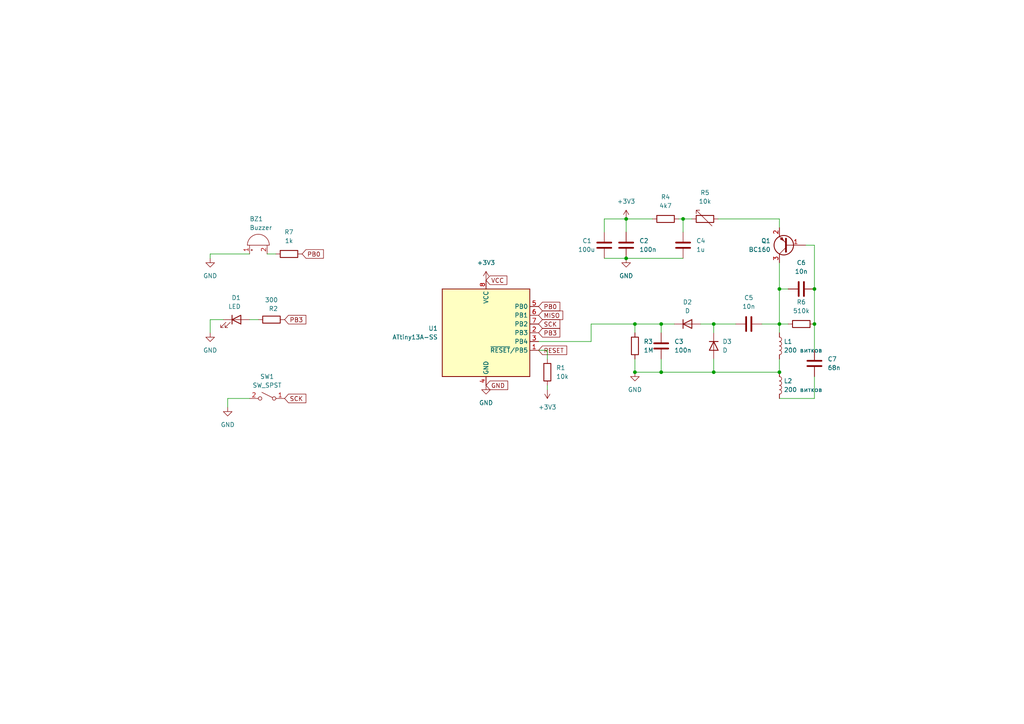
<source format=kicad_sch>
(kicad_sch (version 20230121) (generator eeschema)
  (paper "A4")
  (lib_symbols
    (symbol "Device:Buzzer" (pin_names (offset 0.0254) hide)
      (property "Reference" "BZ" (at 3.81 1.27 0))
      (property "Value" "Buzzer" (at 3.81 -1.27 0))
      (symbol "Buzzer_0_1"
        (arc (start 0 -3.175) (mid 3.1612 0) (end 0 3.175))
        (polyline (pts (xy -1.651 1.905) (xy -1.143 1.905)))
        (polyline (pts (xy -1.397 2.159) (xy -1.397 1.651)))
        (polyline (pts (xy 0 3.175) (xy 0 -3.175)))
      )
      (symbol "Buzzer_1_1"
        (pin passive line (at -2.54 2.54 0) (length 2.54) (name "-") (number "1"))
        (pin passive line (at -2.54 -2.54 0) (length 2.54) (name "+") (number "2"))
      )
    )
    (symbol "Device:C" (pin_numbers hide) (pin_names (offset 0.254))
      (property "Reference" "C" (at 0.635 2.54 0))
      (property "Value" "C" (at 0.635 -2.54 0))
      (symbol "C_0_1"
        (polyline (pts (xy -2.032 -0.762) (xy 2.032 -0.762)) (stroke (width 0.508)))
        (polyline (pts (xy -2.032 0.762) (xy 2.032 0.762)) (stroke (width 0.508)))
      )
      (symbol "C_1_1"
        (pin passive line (at 0 3.81 270) (length 2.794) (name "~") (number "1"))
        (pin passive line (at 0 -3.81 90) (length 2.794) (name "~") (number "2"))
      )
    )
    (symbol "Device:D" (pin_numbers hide) (pin_names (offset 1.016) hide)
      (property "Reference" "D" (at 0 2.54 0))
      (property "Value" "D" (at 0 -2.54 0))
      (symbol "D_0_1"
        (polyline (pts (xy -1.27 1.27) (xy -1.27 -1.27)) (stroke (width 0.254)))
        (polyline (pts (xy 1.27 0) (xy -1.27 0)))
        (polyline (pts (xy 1.27 1.27) (xy 1.27 -1.27) (xy -1.27 0) (xy 1.27 1.27)) (stroke (width 0.254)))
      )
      (symbol "D_1_1"
        (pin passive line (at -3.81 0 0) (length 2.54) (name "K") (number "1"))
        (pin passive line (at 3.81 0 180) (length 2.54) (name "A") (number "2"))
      )
    )
    (symbol "Device:L" (pin_numbers hide) (pin_names (offset 1.016) hide)
      (property "Reference" "L" (at -1.27 0 90))
      (property "Value" "L" (at 1.905 0 90))
      (symbol "L_0_1"
        (arc (start 0 -2.54) (mid 0.6323 -1.905) (end 0 -1.27))
        (arc (start 0 -1.27) (mid 0.6323 -0.635) (end 0 0))
        (arc (start 0 0) (mid 0.6323 0.635) (end 0 1.27))
        (arc (start 0 1.27) (mid 0.6323 1.905) (end 0 2.54))
      )
      (symbol "L_1_1"
        (pin passive line (at 0 3.81 270) (length 1.27) (name "1") (number "1"))
        (pin passive line (at 0 -3.81 90) (length 1.27) (name "2") (number "2"))
      )
    )
    (symbol "Device:LED" (pin_numbers hide) (pin_names (offset 1.016) hide)
      (property "Reference" "D" (at 0 2.54 0))
      (property "Value" "LED" (at 0 -2.54 0))
      (symbol "LED_0_1"
        (polyline (pts (xy -1.27 -1.27) (xy -1.27 1.27)) (stroke (width 0.254)))
        (polyline (pts (xy -1.27 0) (xy 1.27 0)))
        (polyline (pts (xy 1.27 -1.27) (xy 1.27 1.27) (xy -1.27 0) (xy 1.27 -1.27)) (stroke (width 0.254)))
        (polyline (pts (xy -3.048 -0.762) (xy -4.572 -2.286) (xy -3.81 -2.286) (xy -4.572 -2.286) (xy -4.572 -1.524)))
        (polyline (pts (xy -1.778 -0.762) (xy -3.302 -2.286) (xy -2.54 -2.286) (xy -3.302 -2.286) (xy -3.302 -1.524)))
      )
      (symbol "LED_1_1"
        (pin passive line (at -3.81 0 0) (length 2.54) (name "K") (number "1"))
        (pin passive line (at 3.81 0 180) (length 2.54) (name "A") (number "2"))
      )
    )
    (symbol "Device:R" (pin_numbers hide) (pin_names (offset 0))
      (property "Reference" "R" (at 2.032 0 90))
      (property "Value" "R" (at 0 0 90))
      (symbol "R_0_1"
        (rectangle (start -1.016 -2.54) (end 1.016 2.54) (stroke (width 0.254)))
      )
      (symbol "R_1_1"
        (pin passive line (at 0 3.81 270) (length 1.27) (name "~") (number "1"))
        (pin passive line (at 0 -3.81 90) (length 1.27) (name "~") (number "2"))
      )
    )
    (symbol "Device:R_Variable" (pin_numbers hide) (pin_names (offset 0))
      (property "Reference" "R" (at 2.54 -2.54 90))
      (property "Value" "R_Variable" (at -2.54 -1.27 90))
      (symbol "R_Variable_0_1"
        (rectangle (start -1.016 -2.54) (end 1.016 2.54) (stroke (width 0.254)))
        (polyline (pts (xy 2.54 1.524) (xy 2.54 2.54) (xy 1.524 2.54) (xy 2.54 2.54) (xy -2.032 -2.032)))
      )
      (symbol "R_Variable_1_1"
        (pin passive line (at 0 3.81 270) (length 1.27) (name "~") (number "1"))
        (pin passive line (at 0 -3.81 90) (length 1.27) (name "~") (number "2"))
      )
    )
    (symbol "MCU_Microchip_ATtiny:ATtiny13A-SS"
      (property "Reference" "U" (at -12.7 13.97 0))
      (property "Value" "ATtiny13A-SS" (at 2.54 -13.97 0))
      (symbol "ATtiny13A-SS_0_1"
        (rectangle (start -12.7 -12.7) (end 12.7 12.7) (stroke (width 0.254)) (fill (type background)))
      )
      (symbol "ATtiny13A-SS_1_1"
        (pin bidirectional line (at 15.24 -5.08 180) (length 2.54) (name "~{RESET}/PB5") (number "1"))
        (pin bidirectional line (at 15.24 0 180) (length 2.54) (name "PB3") (number "2"))
        (pin bidirectional line (at 15.24 -2.54 180) (length 2.54) (name "PB4") (number "3"))
        (pin power_in line (at 0 -15.24 90) (length 2.54) (name "GND") (number "4"))
        (pin bidirectional line (at 15.24 7.62 180) (length 2.54) (name "PB0") (number "5"))
        (pin bidirectional line (at 15.24 5.08 180) (length 2.54) (name "PB1") (number "6"))
        (pin bidirectional line (at 15.24 2.54 180) (length 2.54) (name "PB2") (number "7"))
        (pin power_in line (at 0 15.24 270) (length 2.54) (name "VCC") (number "8"))
      )
    )
    (symbol "Switch:SW_SPST" (pin_names (offset 0) hide)
      (property "Reference" "SW" (at 0 3.175 0))
      (property "Value" "SW_SPST" (at 0 -2.54 0))
      (symbol "SW_SPST_0_0"
        (circle (center -2.032 0) (radius 0.508))
        (polyline (pts (xy -1.524 0.254) (xy 1.524 1.778)))
        (circle (center 2.032 0) (radius 0.508))
      )
      (symbol "SW_SPST_1_1"
        (pin passive line (at -5.08 0 0) (length 2.54) (name "A") (number "1"))
        (pin passive line (at 5.08 0 180) (length 2.54) (name "B") (number "2"))
      )
    )
    (symbol "Transistor_BJT:BC160" (pin_names (offset 0) hide)
      (property "Reference" "Q1" (at 5.08 -1.2701 0))
      (property "Value" "BC160" (at 5.08 1.2699 0))
      (symbol "BC160_0_1"
        (polyline (pts (xy 0.635 0.635) (xy 2.54 2.54)))
        (polyline (pts (xy 0.635 -0.635) (xy 2.54 -2.54) (xy 2.54 -2.54)))
        (polyline (pts (xy 0.635 1.905) (xy 0.635 -1.905) (xy 0.635 -1.905)) (stroke (width 0.508)))
        (polyline (pts (xy 2.286 -1.778) (xy 1.778 -2.286) (xy 1.27 -1.27) (xy 2.286 -1.778) (xy 2.286 -1.778)) (fill (type outline)))
        (circle (center 1.27 0) (radius 2.8194) (stroke (width 0.254)))
      )
      (symbol "BC160_1_1"
        (pin input line (at -5.08 0 0) (length 5.715) (name "B") (number "1"))
        (pin passive line (at 2.54 -5.08 90) (length 2.54) (name "E") (number "2"))
        (pin passive line (at 2.54 5.08 270) (length 2.54) (name "C") (number "3"))
      )
    )
    (symbol "power:+3.3V" (power) (pin_names (offset 0))
      (property "Value" "+3.3V" (at 0 3.556 0))
      (symbol "+3.3V_0_1"
        (polyline (pts (xy -0.762 1.27) (xy 0 2.54)))
        (polyline (pts (xy 0 0) (xy 0 2.54)))
        (polyline (pts (xy 0 2.54) (xy 0.762 1.27)))
      )
      (symbol "+3.3V_1_1"
        (pin power_in line (at 0 0 90) (length 0) hide (name "+3V3") (number "1"))
      )
    )
    (symbol "power:GND" (power) (pin_names (offset 0))
      (property "Value" "GND" (at 0 -3.81 0))
      (symbol "GND_0_1"
        (polyline (pts (xy 0 0) (xy 0 -1.27) (xy 1.27 -1.27) (xy 0 -2.54) (xy -1.27 -1.27) (xy 0 -1.27)))
      )
      (symbol "GND_1_1"
        (pin power_in line (at 0 0 270) (length 0) hide (name "GND") (number "1"))
      )
    )
  )
  (junction (at 191.77 93.98))
  (junction (at 181.61 63.5))
  (junction (at 207.01 93.98))
  (junction (at 184.15 93.98))
  (junction (at 226.06 93.98))
  (junction (at 226.06 83.82))
  (junction (at 207.01 107.95))
  (junction (at 191.77 107.95))
  (junction (at 184.15 107.95))
  (junction (at 236.22 93.98))
  (junction (at 198.12 63.5))
  (junction (at 236.22 83.82))
  (junction (at 226.06 107.95))
  (junction (at 181.61 74.93))
  (wire (pts (xy 203.2 93.98) (xy 207.01 93.98)))
  (wire (pts (xy 184.15 107.95) (xy 191.77 107.95)))
  (wire (pts (xy 233.68 71.12) (xy 236.22 71.12)))
  (wire (pts (xy 171.45 93.98) (xy 184.15 93.98)))
  (wire (pts (xy 191.77 93.98) (xy 195.58 93.98)))
  (wire (pts (xy 207.01 93.98) (xy 207.01 96.52)))
  (wire (pts (xy 77.47 73.66) (xy 80.01 73.66)))
  (wire (pts (xy 184.15 104.14) (xy 184.15 107.95)))
  (wire (pts (xy 158.75 111.76) (xy 158.75 113.03)))
  (wire (pts (xy 175.26 63.5) (xy 181.61 63.5)))
  (wire (pts (xy 184.15 93.98) (xy 191.77 93.98)))
  (wire (pts (xy 156.21 101.6) (xy 158.75 101.6)))
  (wire (pts (xy 226.06 104.14) (xy 226.06 107.95)))
  (wire (pts (xy 207.01 104.14) (xy 207.01 107.95)))
  (wire (pts (xy 226.06 63.5) (xy 226.06 66.04)))
  (wire (pts (xy 156.21 99.06) (xy 171.45 99.06)))
  (wire (pts (xy 60.96 73.66) (xy 72.39 73.66)))
  (wire (pts (xy 196.85 63.5) (xy 198.12 63.5)))
  (wire (pts (xy 191.77 104.14) (xy 191.77 107.95)))
  (wire (pts (xy 191.77 107.95) (xy 207.01 107.95)))
  (wire (pts (xy 226.06 76.2) (xy 226.06 83.82)))
  (wire (pts (xy 60.96 74.93) (xy 60.96 73.66)))
  (wire (pts (xy 72.39 92.71) (xy 74.93 92.71)))
  (wire (pts (xy 181.61 74.93) (xy 198.12 74.93)))
  (wire (pts (xy 226.06 93.98) (xy 228.6 93.98)))
  (wire (pts (xy 208.28 63.5) (xy 226.06 63.5)))
  (wire (pts (xy 181.61 67.31) (xy 181.61 63.5)))
  (wire (pts (xy 236.22 115.57) (xy 236.22 109.22)))
  (wire (pts (xy 171.45 99.06) (xy 171.45 93.98)))
  (wire (pts (xy 220.98 93.98) (xy 226.06 93.98)))
  (wire (pts (xy 236.22 71.12) (xy 236.22 83.82)))
  (wire (pts (xy 198.12 63.5) (xy 198.12 67.31)))
  (wire (pts (xy 236.22 93.98) (xy 236.22 101.6)))
  (wire (pts (xy 175.26 74.93) (xy 181.61 74.93)))
  (wire (pts (xy 60.96 96.52) (xy 60.96 92.71)))
  (wire (pts (xy 226.06 83.82) (xy 226.06 93.98)))
  (wire (pts (xy 226.06 115.57) (xy 236.22 115.57)))
  (wire (pts (xy 175.26 67.31) (xy 175.26 63.5)))
  (wire (pts (xy 158.75 101.6) (xy 158.75 104.14)))
  (wire (pts (xy 191.77 93.98) (xy 191.77 96.52)))
  (wire (pts (xy 198.12 63.5) (xy 200.66 63.5)))
  (wire (pts (xy 66.04 115.57) (xy 66.04 118.11)))
  (wire (pts (xy 236.22 83.82) (xy 236.22 93.98)))
  (wire (pts (xy 228.6 83.82) (xy 226.06 83.82)))
  (wire (pts (xy 184.15 93.98) (xy 184.15 96.52)))
  (wire (pts (xy 207.01 107.95) (xy 226.06 107.95)))
  (wire (pts (xy 60.96 92.71) (xy 64.77 92.71)))
  (wire (pts (xy 207.01 93.98) (xy 213.36 93.98)))
  (wire (pts (xy 181.61 63.5) (xy 189.23 63.5)))
  (wire (pts (xy 72.39 115.57) (xy 66.04 115.57)))
  (wire (pts (xy 226.06 93.98) (xy 226.06 96.52)))
  (global_label "VCC" (shape input) (at 140.97 81.28 0) (property "Intersheetrefs" "${INTERSHEET_REFS}" (effects hide)))
  (global_label "PB3" (shape input) (at 156.21 96.52 0) (property "Intersheetrefs" "${INTERSHEET_REFS}" (effects hide)))
  (global_label "PB3" (shape input) (at 82.55 92.71 0) (property "Intersheetrefs" "${INTERSHEET_REFS}" (effects hide)))
  (global_label "MISO" (shape input) (at 156.21 91.44 0) (property "Intersheetrefs" "${INTERSHEET_REFS}" (effects hide)))
  (global_label "SCK" (shape input) (at 82.55 115.57 0) (property "Intersheetrefs" "${INTERSHEET_REFS}" (effects hide)))
  (global_label "PB0" (shape input) (at 156.21 88.9 0) (property "Intersheetrefs" "${INTERSHEET_REFS}" (effects hide)))
  (global_label "RESET" (shape input) (at 156.21 101.6 0) (property "Intersheetrefs" "${INTERSHEET_REFS}" (effects hide)))
  (global_label "GND" (shape input) (at 140.97 111.76 0) (property "Intersheetrefs" "${INTERSHEET_REFS}" (effects hide)))
  (global_label "SCK" (shape input) (at 156.21 93.98 0) (property "Intersheetrefs" "${INTERSHEET_REFS}" (effects hide)))
  (global_label "PB0" (shape input) (at 87.63 73.66 0) (property "Intersheetrefs" "${INTERSHEET_REFS}" (effects hide)))
  (symbol (lib_id "Device:L") (at 226.06 100.33 0) (unit 1)
    (property "Reference" "L1" (at 227.33 99.0599 0) (effects (justify left)))
    (property "Value" "200 витков" (at 227.33 101.5999 0) (effects (justify left)))
    (property "Footprint" "Capacitor_THT:C_Radial_D6.3mm_H11.0mm_P2.50mm" (effects hide))
  )
  (symbol (lib_id "power:GND") (at 60.96 96.52 0) (unit 1)
    (property "Reference" "#PWR0107" (effects hide))
    (property "Value" "GND" (at 60.96 101.6 0))
  )
  (symbol (lib_id "Device:R") (at 193.04 63.5 90) (unit 1)
    (property "Reference" "R4" (at 193.04 57.15 90))
    (property "Value" "4k7" (at 193.04 59.69 90))
    (property "Footprint" "Resistor_SMD:R_1206_3216Metric" (effects hide))
  )
  (symbol (lib_id "power:+3.3V") (at 158.75 113.03 180) (unit 1)
    (property "Reference" "#PWR0106" (effects hide))
    (property "Value" "+3.3V" (at 158.75 118.11 0))
  )
  (symbol (lib_id "Device:R") (at 232.41 93.98 90) (unit 1)
    (property "Reference" "R6" (at 232.41 87.63 90))
    (property "Value" "510k" (at 232.41 90.17 90))
    (property "Footprint" "Resistor_SMD:R_1206_3216Metric" (effects hide))
  )
  (symbol (lib_id "Device:R") (at 83.82 73.66 90) (unit 1)
    (property "Reference" "R7" (at 83.82 67.31 90))
    (property "Value" "1k" (at 83.82 69.85 90))
    (property "Footprint" "Resistor_SMD:R_1206_3216Metric" (effects hide))
  )
  (symbol (lib_id "Device:LED") (at 68.58 92.71 0) (unit 1)
    (property "Reference" "D1" (at 69.85 86.36 0) (effects (justify right)))
    (property "Value" "LED" (at 69.85 88.9 0) (effects (justify right)))
    (property "Footprint" "Diode_SMD:D_1206_3216Metric" (effects hide))
  )
  (symbol (lib_id "power:GND") (at 181.61 74.93 0) (unit 1)
    (property "Reference" "#PWR0103" (effects hide))
    (property "Value" "GND" (at 181.61 80.01 0))
  )
  (symbol (lib_id "Device:D") (at 199.39 93.98 0) (unit 1)
    (property "Reference" "D2" (at 199.39 87.63 0))
    (property "Value" "D" (at 199.39 90.17 0))
    (property "Footprint" "Diode_SMD:D_1206_3216Metric" (effects hide))
  )
  (symbol (lib_id "Transistor_BJT:BC160") (at 228.6 71.12 180) (unit 1)
    (property "Reference" "Q1" (at 223.52 69.8499 0) (effects (justify left)))
    (property "Value" "BC160" (at 223.52 72.3899 0) (effects (justify left)))
    (property "Footprint" "Package_TO_SOT_SMD:SOT-23" (effects hide))
    (property "Datasheet" "http://www.farnell.com/datasheets/1697389.pdf" (effects hide))
  )
  (symbol (lib_id "power:GND") (at 66.04 118.11 0) (mirror y) (unit 1)
    (property "Reference" "#PWR0108" (effects hide))
    (property "Value" "GND" (at 66.04 123.19 0))
  )
  (symbol (lib_id "Device:R") (at 184.15 100.33 0) (unit 1)
    (property "Reference" "R3" (at 186.69 99.0599 0) (effects (justify left)))
    (property "Value" "1M" (at 186.69 101.5999 0) (effects (justify left)))
    (property "Footprint" "Resistor_SMD:R_1206_3216Metric" (effects hide))
  )
  (symbol (lib_id "Device:C") (at 191.77 100.33 0) (unit 1)
    (property "Reference" "C3" (at 195.58 99.0599 0) (effects (justify left)))
    (property "Value" "100n" (at 195.58 101.5999 0) (effects (justify left)))
    (property "Footprint" "Capacitor_SMD:C_1206_3216Metric" (effects hide))
  )
  (symbol (lib_id "Switch:SW_SPST") (at 77.47 115.57 0) (mirror y) (unit 1)
    (property "Reference" "SW1" (at 77.47 109.22 0))
    (property "Value" "SW_SPST" (at 77.47 111.76 0))
    (property "Footprint" "Button_Switch_THT:SW_PUSH_6mm" (effects hide))
  )
  (symbol (lib_id "power:GND") (at 60.96 74.93 0) (unit 1)
    (property "Reference" "#PWR0109" (effects hide))
    (property "Value" "GND" (at 60.96 80.01 0))
  )
  (symbol (lib_id "Device:C") (at 181.61 71.12 0) (unit 1)
    (property "Reference" "C2" (at 185.42 69.8499 0) (effects (justify left)))
    (property "Value" "100n" (at 185.42 72.3899 0) (effects (justify left)))
    (property "Footprint" "Capacitor_SMD:C_1206_3216Metric" (effects hide))
  )
  (symbol (lib_id "Device:L") (at 226.06 111.76 0) (unit 1)
    (property "Reference" "L2" (at 227.33 110.4899 0) (effects (justify left)))
    (property "Value" "200 витков" (at 227.33 113.0299 0) (effects (justify left)))
    (property "Footprint" "Capacitor_THT:C_Radial_D6.3mm_H11.0mm_P2.50mm" (effects hide))
  )
  (symbol (lib_id "MCU_Microchip_ATtiny:ATtiny13A-SS") (at 140.97 96.52 0) (unit 1)
    (property "Reference" "U1" (at 127 95.2499 0) (effects (justify right)))
    (property "Value" "ATtiny13A-SS" (at 127 97.7899 0) (effects (justify right)))
    (property "Footprint" "Package_SO:SOIC-8_3.9x4.9mm_P1.27mm" (effects hide))
    (property "Datasheet" "http://ww1.microchip.com/downloads/en/DeviceDoc/doc8126.pdf" (effects hide))
  )
  (symbol (lib_id "power:+3.3V") (at 181.61 63.5 0) (unit 1)
    (property "Reference" "#PWR0101" (effects hide))
    (property "Value" "+3.3V" (at 181.61 58.42 0))
  )
  (symbol (lib_id "Device:R_Variable") (at 204.47 63.5 90) (unit 1)
    (property "Reference" "R5" (at 204.47 55.88 90))
    (property "Value" "10k" (at 204.47 58.42 90))
    (property "Footprint" "Resistor_SMD:R_1206_3216Metric" (effects hide))
  )
  (symbol (lib_id "Device:D") (at 207.01 100.33 270) (unit 1)
    (property "Reference" "D3" (at 209.55 99.0599 90) (effects (justify left)))
    (property "Value" "D" (at 209.55 101.5999 90) (effects (justify left)))
    (property "Footprint" "Diode_SMD:D_1206_3216Metric" (effects hide))
  )
  (symbol (lib_id "Device:C") (at 175.26 71.12 0) (unit 1)
    (property "Reference" "C1" (at 168.91 69.85 0) (effects (justify left)))
    (property "Value" "100u" (at 167.64 72.39 0) (effects (justify left)))
    (property "Footprint" "Capacitor_SMD:C_1206_3216Metric" (effects hide))
  )
  (symbol (lib_id "Device:C") (at 217.17 93.98 90) (unit 1)
    (property "Reference" "C5" (at 217.17 86.36 90))
    (property "Value" "10n" (at 217.17 88.9 90))
    (property "Footprint" "Capacitor_SMD:C_1206_3216Metric" (effects hide))
  )
  (symbol (lib_id "Device:R") (at 78.74 92.71 90) (unit 1)
    (property "Reference" "R2" (at 80.645 89.5351 90) (effects (justify left)))
    (property "Value" "300" (at 80.645 86.9951 90) (effects (justify left)))
    (property "Footprint" "Resistor_SMD:R_1206_3216Metric" (effects hide))
  )
  (symbol (lib_id "power:+3.3V") (at 140.97 81.28 0) (unit 1)
    (property "Reference" "#PWR0104" (effects hide))
    (property "Value" "+3.3V" (at 140.97 76.2 0))
  )
  (symbol (lib_id "Device:Buzzer") (at 74.93 71.12 90) (unit 1)
    (property "Reference" "BZ1" (at 72.39 63.5 90) (effects (justify right)))
    (property "Value" "Buzzer" (at 72.39 66.04 90) (effects (justify right)))
    (property "Footprint" "Resistor_THT:R_Axial_DIN0207_L6.3mm_D2.5mm_P7.62mm_Horizontal" (effects hide))
  )
  (symbol (lib_id "Device:C") (at 236.22 105.41 0) (unit 1)
    (property "Reference" "C7" (at 240.03 104.1399 0) (effects (justify left)))
    (property "Value" "68n" (at 240.03 106.6799 0) (effects (justify left)))
    (property "Footprint" "Capacitor_SMD:C_1206_3216Metric" (effects hide))
  )
  (symbol (lib_id "Device:R") (at 158.75 107.95 0) (unit 1)
    (property "Reference" "R1" (at 161.29 106.6799 0) (effects (justify left)))
    (property "Value" "10k" (at 161.29 109.2199 0) (effects (justify left)))
    (property "Footprint" "Resistor_SMD:R_1206_3216Metric" (effects hide))
  )
  (symbol (lib_id "power:GND") (at 184.15 107.95 0) (unit 1)
    (property "Reference" "#PWR0102" (effects hide))
    (property "Value" "GND" (at 184.15 113.03 0))
  )
  (symbol (lib_id "power:GND") (at 140.97 111.76 0) (unit 1)
    (property "Reference" "#PWR0105" (effects hide))
    (property "Value" "GND" (at 140.97 116.84 0))
  )
  (symbol (lib_id "Device:C") (at 232.41 83.82 90) (unit 1)
    (property "Reference" "C6" (at 232.41 76.2 90))
    (property "Value" "10n" (at 232.41 78.74 90))
    (property "Footprint" "Capacitor_SMD:C_1206_3216Metric" (effects hide))
  )
  (symbol (lib_id "Device:C") (at 198.12 71.12 0) (unit 1)
    (property "Reference" "C4" (at 201.93 69.8499 0) (effects (justify left)))
    (property "Value" "1u" (at 201.93 72.3899 0) (effects (justify left)))
    (property "Footprint" "Capacitor_Tantalum_SMD:CP_EIA-3216-10_Kemet-I" (effects hide))
  )
)
</source>
